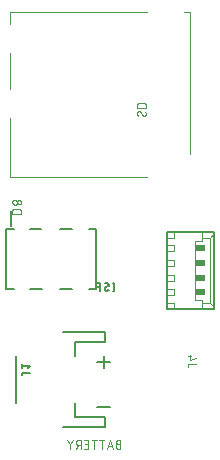
<source format=gbr>
G04 EAGLE Gerber RS-274X export*
G75*
%MOMM*%
%FSLAX34Y34*%
%LPD*%
%INSilkscreen Bottom*%
%IPPOS*%
%AMOC8*
5,1,8,0,0,1.08239X$1,22.5*%
G01*
%ADD10C,0.076200*%
%ADD11C,0.152400*%
%ADD12C,0.203200*%
%ADD13C,0.100000*%
%ADD14C,0.050800*%
%ADD15R,0.875000X0.500000*%


D10*
X-223647Y-62832D02*
X-216281Y-62832D01*
X-216281Y-60786D01*
X-216283Y-60697D01*
X-216289Y-60608D01*
X-216299Y-60519D01*
X-216312Y-60431D01*
X-216329Y-60343D01*
X-216351Y-60256D01*
X-216376Y-60171D01*
X-216404Y-60086D01*
X-216437Y-60003D01*
X-216473Y-59921D01*
X-216512Y-59841D01*
X-216555Y-59763D01*
X-216601Y-59687D01*
X-216651Y-59612D01*
X-216704Y-59540D01*
X-216760Y-59471D01*
X-216819Y-59404D01*
X-216880Y-59339D01*
X-216945Y-59278D01*
X-217012Y-59219D01*
X-217081Y-59163D01*
X-217153Y-59110D01*
X-217228Y-59060D01*
X-217304Y-59014D01*
X-217382Y-58971D01*
X-217462Y-58932D01*
X-217544Y-58896D01*
X-217627Y-58863D01*
X-217712Y-58835D01*
X-217797Y-58810D01*
X-217884Y-58788D01*
X-217972Y-58771D01*
X-218060Y-58758D01*
X-218149Y-58748D01*
X-218238Y-58742D01*
X-218327Y-58740D01*
X-221601Y-58740D01*
X-221690Y-58742D01*
X-221779Y-58748D01*
X-221868Y-58758D01*
X-221956Y-58771D01*
X-222044Y-58788D01*
X-222131Y-58810D01*
X-222216Y-58835D01*
X-222301Y-58863D01*
X-222384Y-58896D01*
X-222466Y-58932D01*
X-222546Y-58971D01*
X-222624Y-59014D01*
X-222700Y-59060D01*
X-222775Y-59110D01*
X-222847Y-59163D01*
X-222916Y-59219D01*
X-222983Y-59278D01*
X-223048Y-59339D01*
X-223109Y-59404D01*
X-223168Y-59471D01*
X-223224Y-59540D01*
X-223277Y-59612D01*
X-223327Y-59687D01*
X-223373Y-59763D01*
X-223416Y-59841D01*
X-223455Y-59921D01*
X-223491Y-60003D01*
X-223524Y-60086D01*
X-223552Y-60171D01*
X-223577Y-60256D01*
X-223599Y-60343D01*
X-223616Y-60431D01*
X-223629Y-60519D01*
X-223639Y-60608D01*
X-223645Y-60697D01*
X-223647Y-60786D01*
X-223647Y-62832D01*
X-221601Y-55273D02*
X-221512Y-55271D01*
X-221423Y-55265D01*
X-221334Y-55255D01*
X-221246Y-55242D01*
X-221158Y-55225D01*
X-221071Y-55203D01*
X-220986Y-55178D01*
X-220901Y-55150D01*
X-220818Y-55117D01*
X-220736Y-55081D01*
X-220656Y-55042D01*
X-220578Y-54999D01*
X-220502Y-54953D01*
X-220427Y-54903D01*
X-220355Y-54850D01*
X-220286Y-54794D01*
X-220219Y-54735D01*
X-220154Y-54674D01*
X-220093Y-54609D01*
X-220034Y-54542D01*
X-219978Y-54473D01*
X-219925Y-54401D01*
X-219875Y-54326D01*
X-219829Y-54250D01*
X-219786Y-54172D01*
X-219747Y-54092D01*
X-219711Y-54010D01*
X-219678Y-53927D01*
X-219650Y-53842D01*
X-219625Y-53757D01*
X-219603Y-53670D01*
X-219586Y-53582D01*
X-219573Y-53494D01*
X-219563Y-53405D01*
X-219557Y-53316D01*
X-219555Y-53227D01*
X-219557Y-53138D01*
X-219563Y-53049D01*
X-219573Y-52960D01*
X-219586Y-52872D01*
X-219603Y-52784D01*
X-219625Y-52697D01*
X-219650Y-52612D01*
X-219678Y-52527D01*
X-219711Y-52444D01*
X-219747Y-52362D01*
X-219786Y-52282D01*
X-219829Y-52204D01*
X-219875Y-52128D01*
X-219925Y-52053D01*
X-219978Y-51981D01*
X-220034Y-51912D01*
X-220093Y-51845D01*
X-220154Y-51780D01*
X-220219Y-51719D01*
X-220286Y-51660D01*
X-220355Y-51604D01*
X-220427Y-51551D01*
X-220502Y-51501D01*
X-220578Y-51455D01*
X-220656Y-51412D01*
X-220736Y-51373D01*
X-220818Y-51337D01*
X-220901Y-51304D01*
X-220986Y-51276D01*
X-221071Y-51251D01*
X-221158Y-51229D01*
X-221246Y-51212D01*
X-221334Y-51199D01*
X-221423Y-51189D01*
X-221512Y-51183D01*
X-221601Y-51181D01*
X-221690Y-51183D01*
X-221779Y-51189D01*
X-221868Y-51199D01*
X-221956Y-51212D01*
X-222044Y-51229D01*
X-222131Y-51251D01*
X-222216Y-51276D01*
X-222301Y-51304D01*
X-222384Y-51337D01*
X-222466Y-51373D01*
X-222546Y-51412D01*
X-222624Y-51455D01*
X-222700Y-51501D01*
X-222775Y-51551D01*
X-222847Y-51604D01*
X-222916Y-51660D01*
X-222983Y-51719D01*
X-223048Y-51780D01*
X-223109Y-51845D01*
X-223168Y-51912D01*
X-223224Y-51981D01*
X-223277Y-52053D01*
X-223327Y-52128D01*
X-223373Y-52204D01*
X-223416Y-52282D01*
X-223455Y-52362D01*
X-223491Y-52444D01*
X-223524Y-52527D01*
X-223552Y-52612D01*
X-223577Y-52697D01*
X-223599Y-52784D01*
X-223616Y-52872D01*
X-223629Y-52960D01*
X-223639Y-53049D01*
X-223645Y-53138D01*
X-223647Y-53227D01*
X-223645Y-53316D01*
X-223639Y-53405D01*
X-223629Y-53494D01*
X-223616Y-53582D01*
X-223599Y-53670D01*
X-223577Y-53757D01*
X-223552Y-53842D01*
X-223524Y-53927D01*
X-223491Y-54010D01*
X-223455Y-54092D01*
X-223416Y-54172D01*
X-223373Y-54250D01*
X-223327Y-54326D01*
X-223277Y-54401D01*
X-223224Y-54473D01*
X-223168Y-54542D01*
X-223109Y-54609D01*
X-223048Y-54674D01*
X-222983Y-54735D01*
X-222916Y-54794D01*
X-222847Y-54850D01*
X-222775Y-54903D01*
X-222700Y-54953D01*
X-222624Y-54999D01*
X-222546Y-55042D01*
X-222466Y-55081D01*
X-222384Y-55117D01*
X-222301Y-55150D01*
X-222216Y-55178D01*
X-222131Y-55203D01*
X-222044Y-55225D01*
X-221956Y-55242D01*
X-221868Y-55255D01*
X-221779Y-55265D01*
X-221690Y-55271D01*
X-221601Y-55273D01*
X-217918Y-54864D02*
X-217839Y-54862D01*
X-217760Y-54856D01*
X-217681Y-54847D01*
X-217603Y-54834D01*
X-217526Y-54816D01*
X-217450Y-54796D01*
X-217375Y-54771D01*
X-217301Y-54743D01*
X-217228Y-54712D01*
X-217157Y-54676D01*
X-217088Y-54638D01*
X-217021Y-54596D01*
X-216956Y-54551D01*
X-216893Y-54503D01*
X-216832Y-54452D01*
X-216775Y-54398D01*
X-216719Y-54342D01*
X-216667Y-54283D01*
X-216617Y-54221D01*
X-216571Y-54157D01*
X-216527Y-54091D01*
X-216487Y-54023D01*
X-216451Y-53953D01*
X-216417Y-53881D01*
X-216387Y-53807D01*
X-216361Y-53733D01*
X-216338Y-53657D01*
X-216320Y-53580D01*
X-216304Y-53503D01*
X-216293Y-53424D01*
X-216285Y-53346D01*
X-216281Y-53267D01*
X-216281Y-53187D01*
X-216285Y-53108D01*
X-216293Y-53030D01*
X-216304Y-52951D01*
X-216320Y-52874D01*
X-216338Y-52797D01*
X-216361Y-52721D01*
X-216387Y-52647D01*
X-216417Y-52573D01*
X-216451Y-52501D01*
X-216487Y-52431D01*
X-216527Y-52363D01*
X-216571Y-52297D01*
X-216617Y-52233D01*
X-216667Y-52171D01*
X-216719Y-52112D01*
X-216775Y-52056D01*
X-216832Y-52002D01*
X-216893Y-51951D01*
X-216956Y-51903D01*
X-217021Y-51858D01*
X-217088Y-51816D01*
X-217157Y-51778D01*
X-217228Y-51742D01*
X-217301Y-51711D01*
X-217375Y-51683D01*
X-217450Y-51658D01*
X-217526Y-51638D01*
X-217603Y-51620D01*
X-217681Y-51607D01*
X-217760Y-51598D01*
X-217839Y-51592D01*
X-217918Y-51590D01*
X-217997Y-51592D01*
X-218076Y-51598D01*
X-218155Y-51607D01*
X-218233Y-51620D01*
X-218310Y-51638D01*
X-218386Y-51658D01*
X-218461Y-51683D01*
X-218535Y-51711D01*
X-218608Y-51742D01*
X-218679Y-51778D01*
X-218748Y-51816D01*
X-218815Y-51858D01*
X-218880Y-51903D01*
X-218943Y-51951D01*
X-219004Y-52002D01*
X-219061Y-52056D01*
X-219117Y-52112D01*
X-219169Y-52171D01*
X-219219Y-52233D01*
X-219265Y-52297D01*
X-219309Y-52363D01*
X-219349Y-52431D01*
X-219385Y-52501D01*
X-219419Y-52573D01*
X-219449Y-52647D01*
X-219475Y-52721D01*
X-219498Y-52797D01*
X-219516Y-52874D01*
X-219532Y-52951D01*
X-219543Y-53030D01*
X-219551Y-53108D01*
X-219555Y-53187D01*
X-219555Y-53267D01*
X-219551Y-53346D01*
X-219543Y-53424D01*
X-219532Y-53503D01*
X-219516Y-53580D01*
X-219498Y-53657D01*
X-219475Y-53733D01*
X-219449Y-53807D01*
X-219419Y-53881D01*
X-219385Y-53953D01*
X-219349Y-54023D01*
X-219309Y-54091D01*
X-219265Y-54157D01*
X-219219Y-54221D01*
X-219169Y-54283D01*
X-219117Y-54342D01*
X-219061Y-54398D01*
X-219004Y-54452D01*
X-218943Y-54503D01*
X-218880Y-54551D01*
X-218815Y-54596D01*
X-218748Y-54638D01*
X-218679Y-54676D01*
X-218608Y-54712D01*
X-218535Y-54743D01*
X-218461Y-54771D01*
X-218386Y-54796D01*
X-218310Y-54816D01*
X-218233Y-54834D01*
X-218155Y-54847D01*
X-218076Y-54856D01*
X-217997Y-54862D01*
X-217918Y-54864D01*
X-134116Y-257655D02*
X-132070Y-257655D01*
X-134116Y-257655D02*
X-134205Y-257657D01*
X-134294Y-257663D01*
X-134383Y-257673D01*
X-134471Y-257686D01*
X-134559Y-257703D01*
X-134646Y-257725D01*
X-134731Y-257750D01*
X-134816Y-257778D01*
X-134899Y-257811D01*
X-134981Y-257847D01*
X-135061Y-257886D01*
X-135139Y-257929D01*
X-135215Y-257975D01*
X-135290Y-258025D01*
X-135362Y-258078D01*
X-135431Y-258134D01*
X-135498Y-258193D01*
X-135563Y-258254D01*
X-135624Y-258319D01*
X-135683Y-258386D01*
X-135739Y-258455D01*
X-135792Y-258527D01*
X-135842Y-258602D01*
X-135888Y-258678D01*
X-135931Y-258756D01*
X-135970Y-258836D01*
X-136006Y-258918D01*
X-136039Y-259001D01*
X-136067Y-259086D01*
X-136092Y-259171D01*
X-136114Y-259258D01*
X-136131Y-259346D01*
X-136144Y-259434D01*
X-136154Y-259523D01*
X-136160Y-259612D01*
X-136162Y-259701D01*
X-136160Y-259790D01*
X-136154Y-259879D01*
X-136144Y-259968D01*
X-136131Y-260056D01*
X-136114Y-260144D01*
X-136092Y-260231D01*
X-136067Y-260316D01*
X-136039Y-260401D01*
X-136006Y-260484D01*
X-135970Y-260566D01*
X-135931Y-260646D01*
X-135888Y-260724D01*
X-135842Y-260800D01*
X-135792Y-260875D01*
X-135739Y-260947D01*
X-135683Y-261016D01*
X-135624Y-261083D01*
X-135563Y-261148D01*
X-135498Y-261209D01*
X-135431Y-261268D01*
X-135362Y-261324D01*
X-135290Y-261377D01*
X-135215Y-261427D01*
X-135139Y-261473D01*
X-135061Y-261516D01*
X-134981Y-261555D01*
X-134899Y-261591D01*
X-134816Y-261624D01*
X-134731Y-261652D01*
X-134646Y-261677D01*
X-134559Y-261699D01*
X-134471Y-261716D01*
X-134383Y-261729D01*
X-134294Y-261739D01*
X-134205Y-261745D01*
X-134116Y-261747D01*
X-132070Y-261747D01*
X-132070Y-254381D01*
X-134116Y-254381D01*
X-134195Y-254383D01*
X-134274Y-254389D01*
X-134353Y-254398D01*
X-134431Y-254411D01*
X-134508Y-254429D01*
X-134584Y-254449D01*
X-134659Y-254474D01*
X-134733Y-254502D01*
X-134806Y-254533D01*
X-134877Y-254569D01*
X-134946Y-254607D01*
X-135013Y-254649D01*
X-135078Y-254694D01*
X-135141Y-254742D01*
X-135202Y-254793D01*
X-135259Y-254847D01*
X-135315Y-254903D01*
X-135367Y-254962D01*
X-135417Y-255024D01*
X-135463Y-255088D01*
X-135507Y-255154D01*
X-135547Y-255222D01*
X-135583Y-255292D01*
X-135617Y-255364D01*
X-135647Y-255438D01*
X-135673Y-255512D01*
X-135696Y-255588D01*
X-135714Y-255665D01*
X-135730Y-255742D01*
X-135741Y-255821D01*
X-135749Y-255899D01*
X-135753Y-255978D01*
X-135753Y-256058D01*
X-135749Y-256137D01*
X-135741Y-256215D01*
X-135730Y-256294D01*
X-135714Y-256371D01*
X-135696Y-256448D01*
X-135673Y-256524D01*
X-135647Y-256598D01*
X-135617Y-256672D01*
X-135583Y-256744D01*
X-135547Y-256814D01*
X-135507Y-256882D01*
X-135463Y-256948D01*
X-135417Y-257012D01*
X-135367Y-257074D01*
X-135315Y-257133D01*
X-135259Y-257189D01*
X-135202Y-257243D01*
X-135141Y-257294D01*
X-135078Y-257342D01*
X-135013Y-257387D01*
X-134946Y-257429D01*
X-134877Y-257467D01*
X-134806Y-257503D01*
X-134733Y-257534D01*
X-134659Y-257562D01*
X-134584Y-257587D01*
X-134508Y-257607D01*
X-134431Y-257625D01*
X-134353Y-257638D01*
X-134274Y-257647D01*
X-134195Y-257653D01*
X-134116Y-257655D01*
X-138615Y-261747D02*
X-141070Y-254381D01*
X-143525Y-261747D01*
X-142911Y-259906D02*
X-139228Y-259906D01*
X-147897Y-261747D02*
X-147897Y-254381D01*
X-145851Y-254381D02*
X-149944Y-254381D01*
X-154237Y-254381D02*
X-154237Y-261747D01*
X-152191Y-254381D02*
X-156283Y-254381D01*
X-159278Y-261747D02*
X-162552Y-261747D01*
X-159278Y-261747D02*
X-159278Y-254381D01*
X-162552Y-254381D01*
X-161734Y-257655D02*
X-159278Y-257655D01*
X-165654Y-254381D02*
X-165654Y-261747D01*
X-165654Y-254381D02*
X-167700Y-254381D01*
X-167789Y-254383D01*
X-167878Y-254389D01*
X-167967Y-254399D01*
X-168055Y-254412D01*
X-168143Y-254429D01*
X-168230Y-254451D01*
X-168315Y-254476D01*
X-168400Y-254504D01*
X-168483Y-254537D01*
X-168565Y-254573D01*
X-168645Y-254612D01*
X-168723Y-254655D01*
X-168799Y-254701D01*
X-168874Y-254751D01*
X-168946Y-254804D01*
X-169015Y-254860D01*
X-169082Y-254919D01*
X-169147Y-254980D01*
X-169208Y-255045D01*
X-169267Y-255112D01*
X-169323Y-255181D01*
X-169376Y-255253D01*
X-169426Y-255328D01*
X-169472Y-255404D01*
X-169515Y-255482D01*
X-169554Y-255562D01*
X-169590Y-255644D01*
X-169623Y-255727D01*
X-169651Y-255812D01*
X-169676Y-255897D01*
X-169698Y-255984D01*
X-169715Y-256072D01*
X-169728Y-256160D01*
X-169738Y-256249D01*
X-169744Y-256338D01*
X-169746Y-256427D01*
X-169744Y-256516D01*
X-169738Y-256605D01*
X-169728Y-256694D01*
X-169715Y-256782D01*
X-169698Y-256870D01*
X-169676Y-256957D01*
X-169651Y-257042D01*
X-169623Y-257127D01*
X-169590Y-257210D01*
X-169554Y-257292D01*
X-169515Y-257372D01*
X-169472Y-257450D01*
X-169426Y-257526D01*
X-169376Y-257601D01*
X-169323Y-257673D01*
X-169267Y-257742D01*
X-169208Y-257809D01*
X-169147Y-257874D01*
X-169082Y-257935D01*
X-169015Y-257994D01*
X-168946Y-258050D01*
X-168874Y-258103D01*
X-168799Y-258153D01*
X-168723Y-258199D01*
X-168645Y-258242D01*
X-168565Y-258281D01*
X-168483Y-258317D01*
X-168400Y-258350D01*
X-168315Y-258378D01*
X-168230Y-258403D01*
X-168143Y-258425D01*
X-168055Y-258442D01*
X-167967Y-258455D01*
X-167878Y-258465D01*
X-167789Y-258471D01*
X-167700Y-258473D01*
X-165654Y-258473D01*
X-168109Y-258473D02*
X-169746Y-261747D01*
X-174964Y-257859D02*
X-172508Y-254381D01*
X-174964Y-257859D02*
X-177419Y-254381D01*
X-174964Y-257859D02*
X-174964Y-261747D01*
D11*
X-151638Y-226596D02*
X-140801Y-226596D01*
X-140801Y-188496D02*
X-151638Y-188496D01*
X-146219Y-183078D02*
X-146219Y-193915D01*
D12*
X-145500Y-163200D02*
X-180500Y-163200D01*
X-145500Y-163200D02*
X-145500Y-171200D01*
X-170500Y-171200D01*
X-170500Y-183200D01*
X-170500Y-223200D02*
X-170500Y-235200D01*
X-145500Y-235200D01*
X-145500Y-243200D01*
X-180500Y-243200D01*
X-220500Y-223200D02*
X-220500Y-183200D01*
D11*
X-214178Y-197501D02*
X-209042Y-197501D01*
X-214178Y-197501D02*
X-214252Y-197503D01*
X-214327Y-197509D01*
X-214400Y-197518D01*
X-214474Y-197531D01*
X-214546Y-197548D01*
X-214617Y-197568D01*
X-214688Y-197592D01*
X-214757Y-197620D01*
X-214825Y-197651D01*
X-214890Y-197685D01*
X-214955Y-197723D01*
X-215017Y-197764D01*
X-215077Y-197808D01*
X-215134Y-197855D01*
X-215189Y-197905D01*
X-215242Y-197958D01*
X-215292Y-198013D01*
X-215339Y-198070D01*
X-215383Y-198130D01*
X-215424Y-198192D01*
X-215462Y-198257D01*
X-215496Y-198323D01*
X-215527Y-198390D01*
X-215555Y-198459D01*
X-215579Y-198530D01*
X-215599Y-198601D01*
X-215616Y-198674D01*
X-215629Y-198747D01*
X-215638Y-198821D01*
X-215644Y-198895D01*
X-215646Y-198969D01*
X-215646Y-199703D01*
X-210510Y-193661D02*
X-209042Y-191826D01*
X-215646Y-191826D01*
X-215646Y-189992D02*
X-215646Y-193661D01*
D13*
X-225400Y43100D02*
X-225400Y73100D01*
X-225400Y18100D02*
X-225400Y-31900D01*
X-109400Y-31900D01*
X-109400Y108100D02*
X-225400Y108100D01*
X-225400Y98100D01*
X-73400Y108100D02*
X-73400Y-11900D01*
X-73400Y108100D02*
X-78400Y108100D01*
D10*
X-116346Y23789D02*
X-116424Y23787D01*
X-116502Y23782D01*
X-116579Y23772D01*
X-116656Y23759D01*
X-116732Y23743D01*
X-116807Y23723D01*
X-116881Y23699D01*
X-116954Y23672D01*
X-117026Y23641D01*
X-117096Y23607D01*
X-117165Y23570D01*
X-117231Y23529D01*
X-117296Y23485D01*
X-117358Y23439D01*
X-117418Y23389D01*
X-117476Y23337D01*
X-117531Y23282D01*
X-117583Y23224D01*
X-117633Y23164D01*
X-117679Y23102D01*
X-117723Y23037D01*
X-117764Y22971D01*
X-117801Y22902D01*
X-117835Y22832D01*
X-117866Y22760D01*
X-117893Y22687D01*
X-117917Y22613D01*
X-117937Y22538D01*
X-117953Y22462D01*
X-117966Y22385D01*
X-117976Y22308D01*
X-117981Y22230D01*
X-117983Y22152D01*
X-117981Y22038D01*
X-117976Y21925D01*
X-117966Y21811D01*
X-117953Y21698D01*
X-117936Y21586D01*
X-117916Y21474D01*
X-117892Y21363D01*
X-117864Y21252D01*
X-117833Y21143D01*
X-117798Y21035D01*
X-117759Y20928D01*
X-117717Y20822D01*
X-117672Y20718D01*
X-117623Y20615D01*
X-117570Y20514D01*
X-117515Y20415D01*
X-117456Y20317D01*
X-117394Y20222D01*
X-117329Y20129D01*
X-117261Y20037D01*
X-117190Y19949D01*
X-117116Y19862D01*
X-117039Y19778D01*
X-116960Y19697D01*
X-112254Y19901D02*
X-112176Y19903D01*
X-112098Y19908D01*
X-112021Y19918D01*
X-111944Y19931D01*
X-111868Y19947D01*
X-111793Y19967D01*
X-111719Y19991D01*
X-111646Y20018D01*
X-111574Y20049D01*
X-111504Y20083D01*
X-111436Y20120D01*
X-111369Y20161D01*
X-111304Y20205D01*
X-111242Y20251D01*
X-111182Y20301D01*
X-111124Y20353D01*
X-111069Y20408D01*
X-111017Y20466D01*
X-110967Y20526D01*
X-110921Y20588D01*
X-110877Y20653D01*
X-110836Y20720D01*
X-110799Y20788D01*
X-110765Y20858D01*
X-110734Y20930D01*
X-110707Y21003D01*
X-110683Y21077D01*
X-110663Y21152D01*
X-110647Y21228D01*
X-110634Y21305D01*
X-110624Y21382D01*
X-110619Y21460D01*
X-110617Y21538D01*
X-110619Y21648D01*
X-110625Y21757D01*
X-110635Y21867D01*
X-110648Y21975D01*
X-110666Y22084D01*
X-110687Y22191D01*
X-110713Y22298D01*
X-110742Y22404D01*
X-110774Y22509D01*
X-110811Y22612D01*
X-110851Y22714D01*
X-110895Y22815D01*
X-110943Y22914D01*
X-110993Y23011D01*
X-111048Y23106D01*
X-111106Y23199D01*
X-111167Y23290D01*
X-111231Y23379D01*
X-113686Y20719D02*
X-113644Y20653D01*
X-113600Y20588D01*
X-113552Y20526D01*
X-113502Y20466D01*
X-113449Y20408D01*
X-113393Y20353D01*
X-113335Y20300D01*
X-113274Y20251D01*
X-113211Y20204D01*
X-113146Y20160D01*
X-113079Y20120D01*
X-113010Y20083D01*
X-112939Y20049D01*
X-112867Y20018D01*
X-112793Y19991D01*
X-112718Y19967D01*
X-112643Y19947D01*
X-112566Y19931D01*
X-112489Y19918D01*
X-112411Y19908D01*
X-112332Y19903D01*
X-112254Y19901D01*
X-114913Y22970D02*
X-114955Y23037D01*
X-114999Y23102D01*
X-115047Y23164D01*
X-115097Y23224D01*
X-115150Y23282D01*
X-115206Y23337D01*
X-115265Y23389D01*
X-115325Y23439D01*
X-115389Y23486D01*
X-115454Y23529D01*
X-115521Y23570D01*
X-115590Y23607D01*
X-115661Y23641D01*
X-115733Y23672D01*
X-115807Y23699D01*
X-115881Y23723D01*
X-115957Y23743D01*
X-116034Y23759D01*
X-116111Y23772D01*
X-116189Y23782D01*
X-116268Y23787D01*
X-116346Y23789D01*
X-114914Y22970D02*
X-113686Y20719D01*
X-110617Y27012D02*
X-117983Y27012D01*
X-110617Y27012D02*
X-110617Y29058D01*
X-110619Y29147D01*
X-110625Y29236D01*
X-110635Y29325D01*
X-110648Y29413D01*
X-110665Y29501D01*
X-110687Y29588D01*
X-110712Y29673D01*
X-110740Y29758D01*
X-110773Y29841D01*
X-110809Y29923D01*
X-110848Y30003D01*
X-110891Y30081D01*
X-110937Y30157D01*
X-110987Y30232D01*
X-111040Y30304D01*
X-111096Y30373D01*
X-111155Y30440D01*
X-111216Y30505D01*
X-111281Y30566D01*
X-111348Y30625D01*
X-111417Y30681D01*
X-111489Y30734D01*
X-111564Y30784D01*
X-111640Y30830D01*
X-111718Y30873D01*
X-111798Y30912D01*
X-111880Y30948D01*
X-111963Y30981D01*
X-112048Y31009D01*
X-112133Y31034D01*
X-112220Y31056D01*
X-112308Y31073D01*
X-112396Y31086D01*
X-112485Y31096D01*
X-112574Y31102D01*
X-112663Y31104D01*
X-115937Y31104D01*
X-116026Y31102D01*
X-116115Y31096D01*
X-116204Y31086D01*
X-116292Y31073D01*
X-116380Y31056D01*
X-116467Y31034D01*
X-116552Y31009D01*
X-116637Y30981D01*
X-116720Y30948D01*
X-116802Y30912D01*
X-116882Y30873D01*
X-116960Y30830D01*
X-117036Y30784D01*
X-117111Y30734D01*
X-117183Y30681D01*
X-117252Y30625D01*
X-117319Y30566D01*
X-117384Y30505D01*
X-117445Y30440D01*
X-117504Y30373D01*
X-117560Y30304D01*
X-117613Y30232D01*
X-117663Y30157D01*
X-117709Y30081D01*
X-117752Y30003D01*
X-117791Y29923D01*
X-117827Y29841D01*
X-117860Y29758D01*
X-117888Y29673D01*
X-117913Y29588D01*
X-117935Y29501D01*
X-117952Y29413D01*
X-117965Y29325D01*
X-117975Y29236D01*
X-117981Y29147D01*
X-117983Y29058D01*
X-117983Y27012D01*
D12*
X-198120Y-127000D02*
X-208280Y-127000D01*
X-182880Y-127000D02*
X-172720Y-127000D01*
X-199390Y-76200D02*
X-208280Y-76200D01*
X-182880Y-76200D02*
X-172720Y-76200D01*
X-222250Y-127000D02*
X-228600Y-127000D01*
X-228600Y-76200D01*
X-222250Y-76200D01*
X-158750Y-127000D02*
X-152400Y-127000D01*
X-152400Y-76200D01*
X-158750Y-76200D01*
X-224790Y-73660D02*
X-224790Y-60960D01*
D11*
X-137969Y-121412D02*
X-137969Y-128016D01*
X-137235Y-128016D02*
X-138703Y-128016D01*
X-138703Y-121412D02*
X-137235Y-121412D01*
X-143944Y-128016D02*
X-144018Y-128014D01*
X-144092Y-128008D01*
X-144166Y-127999D01*
X-144239Y-127986D01*
X-144312Y-127969D01*
X-144383Y-127949D01*
X-144454Y-127925D01*
X-144523Y-127897D01*
X-144590Y-127866D01*
X-144656Y-127832D01*
X-144721Y-127794D01*
X-144783Y-127753D01*
X-144843Y-127709D01*
X-144900Y-127662D01*
X-144955Y-127612D01*
X-145008Y-127559D01*
X-145058Y-127504D01*
X-145105Y-127447D01*
X-145149Y-127387D01*
X-145190Y-127325D01*
X-145228Y-127260D01*
X-145262Y-127195D01*
X-145293Y-127127D01*
X-145321Y-127058D01*
X-145345Y-126987D01*
X-145365Y-126916D01*
X-145382Y-126844D01*
X-145395Y-126770D01*
X-145404Y-126697D01*
X-145410Y-126622D01*
X-145412Y-126548D01*
X-143944Y-128016D02*
X-143833Y-128014D01*
X-143722Y-128008D01*
X-143611Y-127998D01*
X-143500Y-127984D01*
X-143391Y-127966D01*
X-143282Y-127944D01*
X-143173Y-127919D01*
X-143066Y-127889D01*
X-142960Y-127856D01*
X-142855Y-127818D01*
X-142752Y-127778D01*
X-142650Y-127733D01*
X-142550Y-127685D01*
X-142451Y-127633D01*
X-142355Y-127578D01*
X-142260Y-127519D01*
X-142168Y-127457D01*
X-142078Y-127391D01*
X-141990Y-127323D01*
X-141905Y-127251D01*
X-141823Y-127176D01*
X-141743Y-127099D01*
X-141926Y-122880D02*
X-141928Y-122806D01*
X-141934Y-122731D01*
X-141943Y-122658D01*
X-141956Y-122584D01*
X-141973Y-122512D01*
X-141993Y-122441D01*
X-142017Y-122370D01*
X-142045Y-122301D01*
X-142076Y-122234D01*
X-142110Y-122168D01*
X-142148Y-122103D01*
X-142189Y-122041D01*
X-142233Y-121981D01*
X-142280Y-121924D01*
X-142330Y-121869D01*
X-142383Y-121816D01*
X-142438Y-121766D01*
X-142495Y-121719D01*
X-142555Y-121675D01*
X-142617Y-121634D01*
X-142682Y-121596D01*
X-142748Y-121562D01*
X-142815Y-121531D01*
X-142884Y-121503D01*
X-142955Y-121479D01*
X-143026Y-121459D01*
X-143098Y-121442D01*
X-143172Y-121429D01*
X-143245Y-121420D01*
X-143320Y-121414D01*
X-143394Y-121412D01*
X-143498Y-121414D01*
X-143602Y-121420D01*
X-143706Y-121430D01*
X-143809Y-121443D01*
X-143912Y-121461D01*
X-144014Y-121483D01*
X-144115Y-121508D01*
X-144215Y-121537D01*
X-144314Y-121570D01*
X-144411Y-121607D01*
X-144507Y-121647D01*
X-144602Y-121691D01*
X-144694Y-121739D01*
X-144785Y-121789D01*
X-144874Y-121844D01*
X-144961Y-121902D01*
X-145045Y-121962D01*
X-142660Y-124165D02*
X-142597Y-124126D01*
X-142537Y-124084D01*
X-142479Y-124039D01*
X-142422Y-123991D01*
X-142369Y-123940D01*
X-142318Y-123887D01*
X-142269Y-123832D01*
X-142224Y-123774D01*
X-142181Y-123714D01*
X-142141Y-123652D01*
X-142105Y-123588D01*
X-142071Y-123522D01*
X-142041Y-123454D01*
X-142014Y-123386D01*
X-141991Y-123316D01*
X-141971Y-123245D01*
X-141955Y-123173D01*
X-141942Y-123100D01*
X-141933Y-123027D01*
X-141928Y-122954D01*
X-141926Y-122880D01*
X-144678Y-125263D02*
X-144741Y-125302D01*
X-144801Y-125344D01*
X-144860Y-125389D01*
X-144916Y-125437D01*
X-144969Y-125488D01*
X-145020Y-125541D01*
X-145069Y-125596D01*
X-145114Y-125654D01*
X-145157Y-125714D01*
X-145197Y-125776D01*
X-145233Y-125840D01*
X-145267Y-125906D01*
X-145297Y-125974D01*
X-145324Y-126042D01*
X-145347Y-126112D01*
X-145367Y-126183D01*
X-145383Y-126255D01*
X-145396Y-126328D01*
X-145405Y-126401D01*
X-145410Y-126474D01*
X-145412Y-126548D01*
X-144678Y-125264D02*
X-142660Y-124164D01*
X-149239Y-121412D02*
X-149239Y-128016D01*
X-149239Y-121412D02*
X-151074Y-121412D01*
X-151159Y-121414D01*
X-151243Y-121420D01*
X-151327Y-121430D01*
X-151411Y-121443D01*
X-151494Y-121461D01*
X-151576Y-121482D01*
X-151657Y-121507D01*
X-151737Y-121536D01*
X-151815Y-121568D01*
X-151891Y-121604D01*
X-151966Y-121644D01*
X-152039Y-121687D01*
X-152110Y-121733D01*
X-152179Y-121782D01*
X-152246Y-121835D01*
X-152310Y-121891D01*
X-152371Y-121949D01*
X-152429Y-122010D01*
X-152485Y-122074D01*
X-152538Y-122141D01*
X-152587Y-122210D01*
X-152633Y-122281D01*
X-152676Y-122354D01*
X-152716Y-122429D01*
X-152752Y-122505D01*
X-152784Y-122583D01*
X-152813Y-122663D01*
X-152838Y-122744D01*
X-152859Y-122826D01*
X-152877Y-122909D01*
X-152890Y-122993D01*
X-152900Y-123077D01*
X-152906Y-123161D01*
X-152908Y-123246D01*
X-152906Y-123331D01*
X-152900Y-123415D01*
X-152890Y-123499D01*
X-152877Y-123583D01*
X-152859Y-123666D01*
X-152838Y-123748D01*
X-152813Y-123829D01*
X-152784Y-123909D01*
X-152752Y-123987D01*
X-152716Y-124063D01*
X-152676Y-124138D01*
X-152633Y-124211D01*
X-152587Y-124282D01*
X-152538Y-124351D01*
X-152485Y-124418D01*
X-152429Y-124482D01*
X-152371Y-124543D01*
X-152310Y-124601D01*
X-152246Y-124657D01*
X-152179Y-124710D01*
X-152110Y-124759D01*
X-152039Y-124805D01*
X-151966Y-124848D01*
X-151891Y-124888D01*
X-151815Y-124924D01*
X-151737Y-124956D01*
X-151657Y-124985D01*
X-151576Y-125010D01*
X-151494Y-125031D01*
X-151411Y-125049D01*
X-151327Y-125062D01*
X-151243Y-125072D01*
X-151159Y-125078D01*
X-151074Y-125080D01*
X-151074Y-125081D02*
X-149239Y-125081D01*
D12*
X-92744Y-138244D02*
X-92744Y-143494D01*
X-92744Y-138244D02*
X-92744Y-83244D01*
X-92744Y-77994D01*
X-52744Y-77994D01*
X-52744Y-79494D01*
X-52744Y-141994D01*
X-52744Y-143494D01*
X-92744Y-143494D01*
D14*
X-62744Y-143244D02*
X-62744Y-138244D01*
X-62744Y-135744D01*
X-68994Y-135744D01*
X-68994Y-85744D01*
X-62744Y-85744D02*
X-62744Y-83244D01*
X-62744Y-78244D01*
X-62744Y-85744D02*
X-68994Y-85744D01*
X-86494Y-138244D02*
X-86494Y-143244D01*
X-86494Y-138244D02*
X-92744Y-138244D01*
X-86494Y-83244D02*
X-86494Y-78244D01*
X-86494Y-83244D02*
X-92744Y-83244D01*
X-62744Y-138244D02*
X-56494Y-138244D01*
X-56494Y-83244D01*
X-62744Y-83244D01*
X-56494Y-138244D02*
X-52744Y-141994D01*
X-56494Y-83244D02*
X-52744Y-79494D01*
X-86494Y-131994D02*
X-91494Y-131994D01*
X-86494Y-131994D02*
X-86494Y-126994D01*
X-91494Y-126994D01*
X-91494Y-119494D02*
X-86494Y-119494D01*
X-86494Y-114494D01*
X-91494Y-114494D01*
X-91494Y-106994D02*
X-86494Y-106994D01*
X-86494Y-101994D01*
X-91494Y-101994D01*
X-91494Y-94494D02*
X-86494Y-94494D01*
X-86494Y-89494D01*
X-91494Y-89494D01*
D15*
X-64619Y-129494D03*
X-64619Y-116994D03*
X-64619Y-104494D03*
X-64619Y-91994D03*
D10*
X-67897Y-189958D02*
X-73626Y-189958D01*
X-73704Y-189960D01*
X-73782Y-189965D01*
X-73859Y-189975D01*
X-73936Y-189988D01*
X-74012Y-190004D01*
X-74087Y-190024D01*
X-74161Y-190048D01*
X-74234Y-190075D01*
X-74306Y-190106D01*
X-74376Y-190140D01*
X-74445Y-190177D01*
X-74511Y-190218D01*
X-74576Y-190262D01*
X-74638Y-190308D01*
X-74698Y-190358D01*
X-74756Y-190410D01*
X-74811Y-190465D01*
X-74863Y-190523D01*
X-74913Y-190583D01*
X-74959Y-190645D01*
X-75003Y-190710D01*
X-75044Y-190777D01*
X-75081Y-190845D01*
X-75115Y-190915D01*
X-75146Y-190987D01*
X-75173Y-191060D01*
X-75197Y-191134D01*
X-75217Y-191209D01*
X-75233Y-191285D01*
X-75246Y-191362D01*
X-75256Y-191439D01*
X-75261Y-191517D01*
X-75263Y-191595D01*
X-75263Y-192413D01*
X-73626Y-186523D02*
X-67897Y-184886D01*
X-73626Y-186523D02*
X-73626Y-182431D01*
X-71989Y-183659D02*
X-75263Y-183659D01*
M02*

</source>
